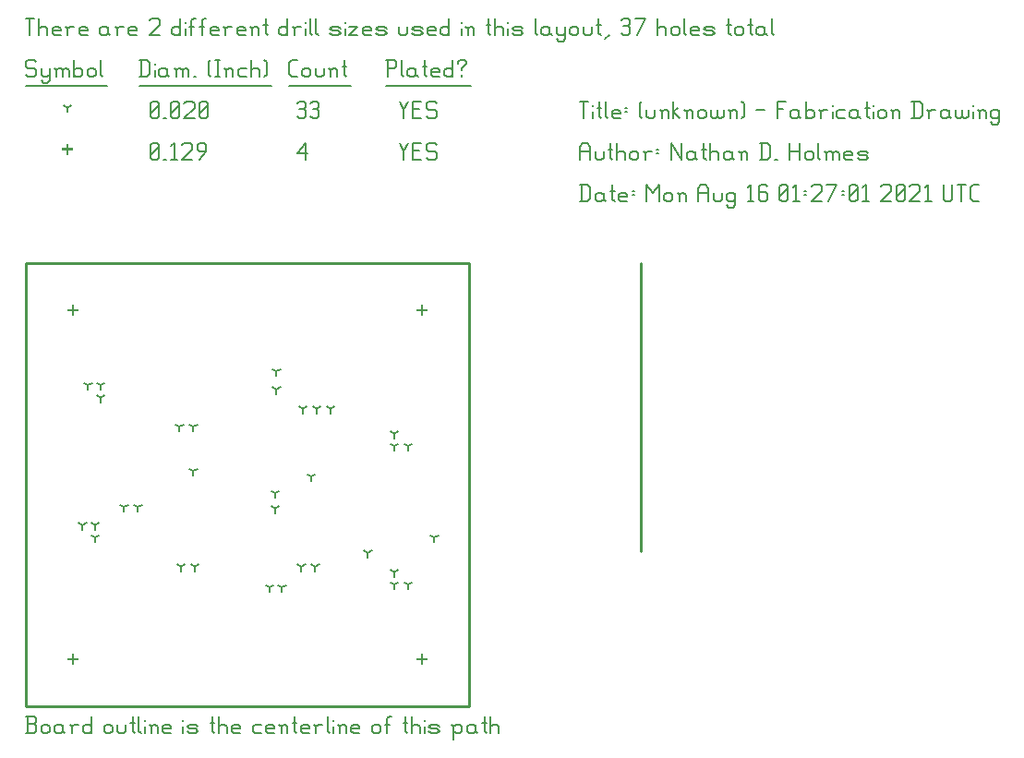
<source format=gbr>
G04 start of page 12 for group -3984 idx -3984 *
G04 Title: (unknown), fab *
G04 Creator: pcb 4.0.2 *
G04 CreationDate: Mon Aug 16 01:27:01 2021 UTC *
G04 For: ndholmes *
G04 Format: Gerber/RS-274X *
G04 PCB-Dimensions (mil): 1600.00 1600.00 *
G04 PCB-Coordinate-Origin: lower left *
%MOIN*%
%FSLAX25Y25*%
%LNFAB*%
%ADD38C,0.0100*%
%ADD37C,0.0075*%
%ADD36C,0.0060*%
%ADD35R,0.0080X0.0080*%
G54D35*X143000Y144600D02*Y141400D01*
X141400Y143000D02*X144600D01*
X17000Y144600D02*Y141400D01*
X15400Y143000D02*X18600D01*
X143000Y18600D02*Y15400D01*
X141400Y17000D02*X144600D01*
X17000Y18600D02*Y15400D01*
X15400Y17000D02*X18600D01*
X15000Y202850D02*Y199650D01*
X13400Y201250D02*X16600D01*
G54D36*X135000Y203500D02*X136500Y200500D01*
X138000Y203500D01*
X136500Y200500D02*Y197500D01*
X139800Y200800D02*X142050D01*
X139800Y197500D02*X142800D01*
X139800Y203500D02*Y197500D01*
Y203500D02*X142800D01*
X147600D02*X148350Y202750D01*
X145350Y203500D02*X147600D01*
X144600Y202750D02*X145350Y203500D01*
X144600Y202750D02*Y201250D01*
X145350Y200500D01*
X147600D01*
X148350Y199750D01*
Y198250D01*
X147600Y197500D02*X148350Y198250D01*
X145350Y197500D02*X147600D01*
X144600Y198250D02*X145350Y197500D01*
X98000Y199750D02*X101000Y203500D01*
X98000Y199750D02*X101750D01*
X101000Y203500D02*Y197500D01*
X45000Y198250D02*X45750Y197500D01*
X45000Y202750D02*Y198250D01*
Y202750D02*X45750Y203500D01*
X47250D01*
X48000Y202750D01*
Y198250D01*
X47250Y197500D02*X48000Y198250D01*
X45750Y197500D02*X47250D01*
X45000Y199000D02*X48000Y202000D01*
X49800Y197500D02*X50550D01*
X52350Y202300D02*X53550Y203500D01*
Y197500D01*
X52350D02*X54600D01*
X56400Y202750D02*X57150Y203500D01*
X59400D01*
X60150Y202750D01*
Y201250D01*
X56400Y197500D02*X60150Y201250D01*
X56400Y197500D02*X60150D01*
X62700D02*X64950Y200500D01*
Y202750D02*Y200500D01*
X64200Y203500D02*X64950Y202750D01*
X62700Y203500D02*X64200D01*
X61950Y202750D02*X62700Y203500D01*
X61950Y202750D02*Y201250D01*
X62700Y200500D01*
X64950D01*
X40500Y72000D02*Y70400D01*
Y72000D02*X41887Y72800D01*
X40500Y72000D02*X39113Y72800D01*
X35500Y72000D02*Y70400D01*
Y72000D02*X36887Y72800D01*
X35500Y72000D02*X34113Y72800D01*
X25000Y61000D02*Y59400D01*
Y61000D02*X26387Y61800D01*
X25000Y61000D02*X23613Y61800D01*
X25000Y65500D02*Y63900D01*
Y65500D02*X26387Y66300D01*
X25000Y65500D02*X23613Y66300D01*
X20500Y65500D02*Y63900D01*
Y65500D02*X21887Y66300D01*
X20500Y65500D02*X19113Y66300D01*
X27000Y111500D02*Y109900D01*
Y111500D02*X28387Y112300D01*
X27000Y111500D02*X25613Y112300D01*
X27000Y116000D02*Y114400D01*
Y116000D02*X28387Y116800D01*
X27000Y116000D02*X25613Y116800D01*
X22500Y116000D02*Y114400D01*
Y116000D02*X23887Y116800D01*
X22500Y116000D02*X21113Y116800D01*
X60500Y85000D02*Y83400D01*
Y85000D02*X61887Y85800D01*
X60500Y85000D02*X59113Y85800D01*
X60500Y101000D02*Y99400D01*
Y101000D02*X61887Y101800D01*
X60500Y101000D02*X59113Y101800D01*
X55500Y101000D02*Y99400D01*
Y101000D02*X56887Y101800D01*
X55500Y101000D02*X54113Y101800D01*
X61000Y50500D02*Y48900D01*
Y50500D02*X62387Y51300D01*
X61000Y50500D02*X59613Y51300D01*
X56000Y50500D02*Y48900D01*
Y50500D02*X57387Y51300D01*
X56000Y50500D02*X54613Y51300D01*
X138000Y94000D02*Y92400D01*
Y94000D02*X139387Y94800D01*
X138000Y94000D02*X136613Y94800D01*
X133000Y94000D02*Y92400D01*
Y94000D02*X134387Y94800D01*
X133000Y94000D02*X131613Y94800D01*
X133000Y98500D02*Y96900D01*
Y98500D02*X134387Y99300D01*
X133000Y98500D02*X131613Y99300D01*
X138000Y44000D02*Y42400D01*
Y44000D02*X139387Y44800D01*
X138000Y44000D02*X136613Y44800D01*
X133000Y44000D02*Y42400D01*
Y44000D02*X134387Y44800D01*
X133000Y44000D02*X131613Y44800D01*
X133000Y48500D02*Y46900D01*
Y48500D02*X134387Y49300D01*
X133000Y48500D02*X131613Y49300D01*
X110000Y107500D02*Y105900D01*
Y107500D02*X111387Y108300D01*
X110000Y107500D02*X108613Y108300D01*
X105000Y107500D02*Y105900D01*
Y107500D02*X106387Y108300D01*
X105000Y107500D02*X103613Y108300D01*
X100000Y107500D02*Y105900D01*
Y107500D02*X101387Y108300D01*
X100000Y107500D02*X98613Y108300D01*
X104500Y50500D02*Y48900D01*
Y50500D02*X105887Y51300D01*
X104500Y50500D02*X103113Y51300D01*
X99500Y50500D02*Y48900D01*
Y50500D02*X100887Y51300D01*
X99500Y50500D02*X98113Y51300D01*
X90000Y77000D02*Y75400D01*
Y77000D02*X91387Y77800D01*
X90000Y77000D02*X88613Y77800D01*
X90000Y71500D02*Y69900D01*
Y71500D02*X91387Y72300D01*
X90000Y71500D02*X88613Y72300D01*
X103000Y83000D02*Y81400D01*
Y83000D02*X104387Y83800D01*
X103000Y83000D02*X101613Y83800D01*
X90500Y121000D02*Y119400D01*
Y121000D02*X91887Y121800D01*
X90500Y121000D02*X89113Y121800D01*
X88000Y43000D02*Y41400D01*
Y43000D02*X89387Y43800D01*
X88000Y43000D02*X86613Y43800D01*
X92500Y43000D02*Y41400D01*
Y43000D02*X93887Y43800D01*
X92500Y43000D02*X91113Y43800D01*
X90500Y114500D02*Y112900D01*
Y114500D02*X91887Y115300D01*
X90500Y114500D02*X89113Y115300D01*
X147500Y61000D02*Y59400D01*
Y61000D02*X148887Y61800D01*
X147500Y61000D02*X146113Y61800D01*
X123500Y55500D02*Y53900D01*
Y55500D02*X124887Y56300D01*
X123500Y55500D02*X122113Y56300D01*
X15000Y216250D02*Y214650D01*
Y216250D02*X16387Y217050D01*
X15000Y216250D02*X13613Y217050D01*
X135000Y218500D02*X136500Y215500D01*
X138000Y218500D01*
X136500Y215500D02*Y212500D01*
X139800Y215800D02*X142050D01*
X139800Y212500D02*X142800D01*
X139800Y218500D02*Y212500D01*
Y218500D02*X142800D01*
X147600D02*X148350Y217750D01*
X145350Y218500D02*X147600D01*
X144600Y217750D02*X145350Y218500D01*
X144600Y217750D02*Y216250D01*
X145350Y215500D01*
X147600D01*
X148350Y214750D01*
Y213250D01*
X147600Y212500D02*X148350Y213250D01*
X145350Y212500D02*X147600D01*
X144600Y213250D02*X145350Y212500D01*
X98000Y217750D02*X98750Y218500D01*
X100250D01*
X101000Y217750D01*
X100250Y212500D02*X101000Y213250D01*
X98750Y212500D02*X100250D01*
X98000Y213250D02*X98750Y212500D01*
Y215800D02*X100250D01*
X101000Y217750D02*Y216550D01*
Y215050D02*Y213250D01*
Y215050D02*X100250Y215800D01*
X101000Y216550D02*X100250Y215800D01*
X102800Y217750D02*X103550Y218500D01*
X105050D01*
X105800Y217750D01*
X105050Y212500D02*X105800Y213250D01*
X103550Y212500D02*X105050D01*
X102800Y213250D02*X103550Y212500D01*
Y215800D02*X105050D01*
X105800Y217750D02*Y216550D01*
Y215050D02*Y213250D01*
Y215050D02*X105050Y215800D01*
X105800Y216550D02*X105050Y215800D01*
X45000Y213250D02*X45750Y212500D01*
X45000Y217750D02*Y213250D01*
Y217750D02*X45750Y218500D01*
X47250D01*
X48000Y217750D01*
Y213250D01*
X47250Y212500D02*X48000Y213250D01*
X45750Y212500D02*X47250D01*
X45000Y214000D02*X48000Y217000D01*
X49800Y212500D02*X50550D01*
X52350Y213250D02*X53100Y212500D01*
X52350Y217750D02*Y213250D01*
Y217750D02*X53100Y218500D01*
X54600D01*
X55350Y217750D01*
Y213250D01*
X54600Y212500D02*X55350Y213250D01*
X53100Y212500D02*X54600D01*
X52350Y214000D02*X55350Y217000D01*
X57150Y217750D02*X57900Y218500D01*
X60150D01*
X60900Y217750D01*
Y216250D01*
X57150Y212500D02*X60900Y216250D01*
X57150Y212500D02*X60900D01*
X62700Y213250D02*X63450Y212500D01*
X62700Y217750D02*Y213250D01*
Y217750D02*X63450Y218500D01*
X64950D01*
X65700Y217750D01*
Y213250D01*
X64950Y212500D02*X65700Y213250D01*
X63450Y212500D02*X64950D01*
X62700Y214000D02*X65700Y217000D01*
X3000Y233500D02*X3750Y232750D01*
X750Y233500D02*X3000D01*
X0Y232750D02*X750Y233500D01*
X0Y232750D02*Y231250D01*
X750Y230500D01*
X3000D01*
X3750Y229750D01*
Y228250D01*
X3000Y227500D02*X3750Y228250D01*
X750Y227500D02*X3000D01*
X0Y228250D02*X750Y227500D01*
X5550Y230500D02*Y228250D01*
X6300Y227500D01*
X8550Y230500D02*Y226000D01*
X7800Y225250D02*X8550Y226000D01*
X6300Y225250D02*X7800D01*
X5550Y226000D02*X6300Y225250D01*
Y227500D02*X7800D01*
X8550Y228250D01*
X11100Y229750D02*Y227500D01*
Y229750D02*X11850Y230500D01*
X12600D01*
X13350Y229750D01*
Y227500D01*
Y229750D02*X14100Y230500D01*
X14850D01*
X15600Y229750D01*
Y227500D01*
X10350Y230500D02*X11100Y229750D01*
X17400Y233500D02*Y227500D01*
Y228250D02*X18150Y227500D01*
X19650D01*
X20400Y228250D01*
Y229750D02*Y228250D01*
X19650Y230500D02*X20400Y229750D01*
X18150Y230500D02*X19650D01*
X17400Y229750D02*X18150Y230500D01*
X22200Y229750D02*Y228250D01*
Y229750D02*X22950Y230500D01*
X24450D01*
X25200Y229750D01*
Y228250D01*
X24450Y227500D02*X25200Y228250D01*
X22950Y227500D02*X24450D01*
X22200Y228250D02*X22950Y227500D01*
X27000Y233500D02*Y228250D01*
X27750Y227500D01*
X0Y224250D02*X29250D01*
X41750Y233500D02*Y227500D01*
X43700Y233500D02*X44750Y232450D01*
Y228550D01*
X43700Y227500D02*X44750Y228550D01*
X41000Y227500D02*X43700D01*
X41000Y233500D02*X43700D01*
G54D37*X46550Y232000D02*Y231850D01*
G54D36*Y229750D02*Y227500D01*
X50300Y230500D02*X51050Y229750D01*
X48800Y230500D02*X50300D01*
X48050Y229750D02*X48800Y230500D01*
X48050Y229750D02*Y228250D01*
X48800Y227500D01*
X51050Y230500D02*Y228250D01*
X51800Y227500D01*
X48800D02*X50300D01*
X51050Y228250D01*
X54350Y229750D02*Y227500D01*
Y229750D02*X55100Y230500D01*
X55850D01*
X56600Y229750D01*
Y227500D01*
Y229750D02*X57350Y230500D01*
X58100D01*
X58850Y229750D01*
Y227500D01*
X53600Y230500D02*X54350Y229750D01*
X60650Y227500D02*X61400D01*
X65900Y228250D02*X66650Y227500D01*
X65900Y232750D02*X66650Y233500D01*
X65900Y232750D02*Y228250D01*
X68450Y233500D02*X69950D01*
X69200D02*Y227500D01*
X68450D02*X69950D01*
X72500Y229750D02*Y227500D01*
Y229750D02*X73250Y230500D01*
X74000D01*
X74750Y229750D01*
Y227500D01*
X71750Y230500D02*X72500Y229750D01*
X77300Y230500D02*X79550D01*
X76550Y229750D02*X77300Y230500D01*
X76550Y229750D02*Y228250D01*
X77300Y227500D01*
X79550D01*
X81350Y233500D02*Y227500D01*
Y229750D02*X82100Y230500D01*
X83600D01*
X84350Y229750D01*
Y227500D01*
X86150Y233500D02*X86900Y232750D01*
Y228250D01*
X86150Y227500D02*X86900Y228250D01*
X41000Y224250D02*X88700D01*
X96050Y227500D02*X98000D01*
X95000Y228550D02*X96050Y227500D01*
X95000Y232450D02*Y228550D01*
Y232450D02*X96050Y233500D01*
X98000D01*
X99800Y229750D02*Y228250D01*
Y229750D02*X100550Y230500D01*
X102050D01*
X102800Y229750D01*
Y228250D01*
X102050Y227500D02*X102800Y228250D01*
X100550Y227500D02*X102050D01*
X99800Y228250D02*X100550Y227500D01*
X104600Y230500D02*Y228250D01*
X105350Y227500D01*
X106850D01*
X107600Y228250D01*
Y230500D02*Y228250D01*
X110150Y229750D02*Y227500D01*
Y229750D02*X110900Y230500D01*
X111650D01*
X112400Y229750D01*
Y227500D01*
X109400Y230500D02*X110150Y229750D01*
X114950Y233500D02*Y228250D01*
X115700Y227500D01*
X114200Y231250D02*X115700D01*
X95000Y224250D02*X117200D01*
X130750Y233500D02*Y227500D01*
X130000Y233500D02*X133000D01*
X133750Y232750D01*
Y231250D01*
X133000Y230500D02*X133750Y231250D01*
X130750Y230500D02*X133000D01*
X135550Y233500D02*Y228250D01*
X136300Y227500D01*
X140050Y230500D02*X140800Y229750D01*
X138550Y230500D02*X140050D01*
X137800Y229750D02*X138550Y230500D01*
X137800Y229750D02*Y228250D01*
X138550Y227500D01*
X140800Y230500D02*Y228250D01*
X141550Y227500D01*
X138550D02*X140050D01*
X140800Y228250D01*
X144100Y233500D02*Y228250D01*
X144850Y227500D01*
X143350Y231250D02*X144850D01*
X147100Y227500D02*X149350D01*
X146350Y228250D02*X147100Y227500D01*
X146350Y229750D02*Y228250D01*
Y229750D02*X147100Y230500D01*
X148600D01*
X149350Y229750D01*
X146350Y229000D02*X149350D01*
Y229750D02*Y229000D01*
X154150Y233500D02*Y227500D01*
X153400D02*X154150Y228250D01*
X151900Y227500D02*X153400D01*
X151150Y228250D02*X151900Y227500D01*
X151150Y229750D02*Y228250D01*
Y229750D02*X151900Y230500D01*
X153400D01*
X154150Y229750D01*
X157450Y230500D02*Y229750D01*
Y228250D02*Y227500D01*
X155950Y232750D02*Y232000D01*
Y232750D02*X156700Y233500D01*
X158200D01*
X158950Y232750D01*
Y232000D01*
X157450Y230500D02*X158950Y232000D01*
X130000Y224250D02*X160750D01*
X0Y248500D02*X3000D01*
X1500D02*Y242500D01*
X4800Y248500D02*Y242500D01*
Y244750D02*X5550Y245500D01*
X7050D01*
X7800Y244750D01*
Y242500D01*
X10350D02*X12600D01*
X9600Y243250D02*X10350Y242500D01*
X9600Y244750D02*Y243250D01*
Y244750D02*X10350Y245500D01*
X11850D01*
X12600Y244750D01*
X9600Y244000D02*X12600D01*
Y244750D02*Y244000D01*
X15150Y244750D02*Y242500D01*
Y244750D02*X15900Y245500D01*
X17400D01*
X14400D02*X15150Y244750D01*
X19950Y242500D02*X22200D01*
X19200Y243250D02*X19950Y242500D01*
X19200Y244750D02*Y243250D01*
Y244750D02*X19950Y245500D01*
X21450D01*
X22200Y244750D01*
X19200Y244000D02*X22200D01*
Y244750D02*Y244000D01*
X28950Y245500D02*X29700Y244750D01*
X27450Y245500D02*X28950D01*
X26700Y244750D02*X27450Y245500D01*
X26700Y244750D02*Y243250D01*
X27450Y242500D01*
X29700Y245500D02*Y243250D01*
X30450Y242500D01*
X27450D02*X28950D01*
X29700Y243250D01*
X33000Y244750D02*Y242500D01*
Y244750D02*X33750Y245500D01*
X35250D01*
X32250D02*X33000Y244750D01*
X37800Y242500D02*X40050D01*
X37050Y243250D02*X37800Y242500D01*
X37050Y244750D02*Y243250D01*
Y244750D02*X37800Y245500D01*
X39300D01*
X40050Y244750D01*
X37050Y244000D02*X40050D01*
Y244750D02*Y244000D01*
X44550Y247750D02*X45300Y248500D01*
X47550D01*
X48300Y247750D01*
Y246250D01*
X44550Y242500D02*X48300Y246250D01*
X44550Y242500D02*X48300D01*
X55800Y248500D02*Y242500D01*
X55050D02*X55800Y243250D01*
X53550Y242500D02*X55050D01*
X52800Y243250D02*X53550Y242500D01*
X52800Y244750D02*Y243250D01*
Y244750D02*X53550Y245500D01*
X55050D01*
X55800Y244750D01*
G54D37*X57600Y247000D02*Y246850D01*
G54D36*Y244750D02*Y242500D01*
X59850Y247750D02*Y242500D01*
Y247750D02*X60600Y248500D01*
X61350D01*
X59100Y245500D02*X60600D01*
X63600Y247750D02*Y242500D01*
Y247750D02*X64350Y248500D01*
X65100D01*
X62850Y245500D02*X64350D01*
X67350Y242500D02*X69600D01*
X66600Y243250D02*X67350Y242500D01*
X66600Y244750D02*Y243250D01*
Y244750D02*X67350Y245500D01*
X68850D01*
X69600Y244750D01*
X66600Y244000D02*X69600D01*
Y244750D02*Y244000D01*
X72150Y244750D02*Y242500D01*
Y244750D02*X72900Y245500D01*
X74400D01*
X71400D02*X72150Y244750D01*
X76950Y242500D02*X79200D01*
X76200Y243250D02*X76950Y242500D01*
X76200Y244750D02*Y243250D01*
Y244750D02*X76950Y245500D01*
X78450D01*
X79200Y244750D01*
X76200Y244000D02*X79200D01*
Y244750D02*Y244000D01*
X81750Y244750D02*Y242500D01*
Y244750D02*X82500Y245500D01*
X83250D01*
X84000Y244750D01*
Y242500D01*
X81000Y245500D02*X81750Y244750D01*
X86550Y248500D02*Y243250D01*
X87300Y242500D01*
X85800Y246250D02*X87300D01*
X94500Y248500D02*Y242500D01*
X93750D02*X94500Y243250D01*
X92250Y242500D02*X93750D01*
X91500Y243250D02*X92250Y242500D01*
X91500Y244750D02*Y243250D01*
Y244750D02*X92250Y245500D01*
X93750D01*
X94500Y244750D01*
X97050D02*Y242500D01*
Y244750D02*X97800Y245500D01*
X99300D01*
X96300D02*X97050Y244750D01*
G54D37*X101100Y247000D02*Y246850D01*
G54D36*Y244750D02*Y242500D01*
X102600Y248500D02*Y243250D01*
X103350Y242500D01*
X104850Y248500D02*Y243250D01*
X105600Y242500D01*
X110550D02*X112800D01*
X113550Y243250D01*
X112800Y244000D02*X113550Y243250D01*
X110550Y244000D02*X112800D01*
X109800Y244750D02*X110550Y244000D01*
X109800Y244750D02*X110550Y245500D01*
X112800D01*
X113550Y244750D01*
X109800Y243250D02*X110550Y242500D01*
G54D37*X115350Y247000D02*Y246850D01*
G54D36*Y244750D02*Y242500D01*
X116850Y245500D02*X119850D01*
X116850Y242500D02*X119850Y245500D01*
X116850Y242500D02*X119850D01*
X122400D02*X124650D01*
X121650Y243250D02*X122400Y242500D01*
X121650Y244750D02*Y243250D01*
Y244750D02*X122400Y245500D01*
X123900D01*
X124650Y244750D01*
X121650Y244000D02*X124650D01*
Y244750D02*Y244000D01*
X127200Y242500D02*X129450D01*
X130200Y243250D01*
X129450Y244000D02*X130200Y243250D01*
X127200Y244000D02*X129450D01*
X126450Y244750D02*X127200Y244000D01*
X126450Y244750D02*X127200Y245500D01*
X129450D01*
X130200Y244750D01*
X126450Y243250D02*X127200Y242500D01*
X134700Y245500D02*Y243250D01*
X135450Y242500D01*
X136950D01*
X137700Y243250D01*
Y245500D02*Y243250D01*
X140250Y242500D02*X142500D01*
X143250Y243250D01*
X142500Y244000D02*X143250Y243250D01*
X140250Y244000D02*X142500D01*
X139500Y244750D02*X140250Y244000D01*
X139500Y244750D02*X140250Y245500D01*
X142500D01*
X143250Y244750D01*
X139500Y243250D02*X140250Y242500D01*
X145800D02*X148050D01*
X145050Y243250D02*X145800Y242500D01*
X145050Y244750D02*Y243250D01*
Y244750D02*X145800Y245500D01*
X147300D01*
X148050Y244750D01*
X145050Y244000D02*X148050D01*
Y244750D02*Y244000D01*
X152850Y248500D02*Y242500D01*
X152100D02*X152850Y243250D01*
X150600Y242500D02*X152100D01*
X149850Y243250D02*X150600Y242500D01*
X149850Y244750D02*Y243250D01*
Y244750D02*X150600Y245500D01*
X152100D01*
X152850Y244750D01*
G54D37*X157350Y247000D02*Y246850D01*
G54D36*Y244750D02*Y242500D01*
X159600Y244750D02*Y242500D01*
Y244750D02*X160350Y245500D01*
X161100D01*
X161850Y244750D01*
Y242500D01*
X158850Y245500D02*X159600Y244750D01*
X167100Y248500D02*Y243250D01*
X167850Y242500D01*
X166350Y246250D02*X167850D01*
X169350Y248500D02*Y242500D01*
Y244750D02*X170100Y245500D01*
X171600D01*
X172350Y244750D01*
Y242500D01*
G54D37*X174150Y247000D02*Y246850D01*
G54D36*Y244750D02*Y242500D01*
X176400D02*X178650D01*
X179400Y243250D01*
X178650Y244000D02*X179400Y243250D01*
X176400Y244000D02*X178650D01*
X175650Y244750D02*X176400Y244000D01*
X175650Y244750D02*X176400Y245500D01*
X178650D01*
X179400Y244750D01*
X175650Y243250D02*X176400Y242500D01*
X183900Y248500D02*Y243250D01*
X184650Y242500D01*
X188400Y245500D02*X189150Y244750D01*
X186900Y245500D02*X188400D01*
X186150Y244750D02*X186900Y245500D01*
X186150Y244750D02*Y243250D01*
X186900Y242500D01*
X189150Y245500D02*Y243250D01*
X189900Y242500D01*
X186900D02*X188400D01*
X189150Y243250D01*
X191700Y245500D02*Y243250D01*
X192450Y242500D01*
X194700Y245500D02*Y241000D01*
X193950Y240250D02*X194700Y241000D01*
X192450Y240250D02*X193950D01*
X191700Y241000D02*X192450Y240250D01*
Y242500D02*X193950D01*
X194700Y243250D01*
X196500Y244750D02*Y243250D01*
Y244750D02*X197250Y245500D01*
X198750D01*
X199500Y244750D01*
Y243250D01*
X198750Y242500D02*X199500Y243250D01*
X197250Y242500D02*X198750D01*
X196500Y243250D02*X197250Y242500D01*
X201300Y245500D02*Y243250D01*
X202050Y242500D01*
X203550D01*
X204300Y243250D01*
Y245500D02*Y243250D01*
X206850Y248500D02*Y243250D01*
X207600Y242500D01*
X206100Y246250D02*X207600D01*
X209100Y241000D02*X210600Y242500D01*
X215100Y247750D02*X215850Y248500D01*
X217350D01*
X218100Y247750D01*
X217350Y242500D02*X218100Y243250D01*
X215850Y242500D02*X217350D01*
X215100Y243250D02*X215850Y242500D01*
Y245800D02*X217350D01*
X218100Y247750D02*Y246550D01*
Y245050D02*Y243250D01*
Y245050D02*X217350Y245800D01*
X218100Y246550D02*X217350Y245800D01*
X220650Y242500D02*X223650Y248500D01*
X219900D02*X223650D01*
X228150D02*Y242500D01*
Y244750D02*X228900Y245500D01*
X230400D01*
X231150Y244750D01*
Y242500D01*
X232950Y244750D02*Y243250D01*
Y244750D02*X233700Y245500D01*
X235200D01*
X235950Y244750D01*
Y243250D01*
X235200Y242500D02*X235950Y243250D01*
X233700Y242500D02*X235200D01*
X232950Y243250D02*X233700Y242500D01*
X237750Y248500D02*Y243250D01*
X238500Y242500D01*
X240750D02*X243000D01*
X240000Y243250D02*X240750Y242500D01*
X240000Y244750D02*Y243250D01*
Y244750D02*X240750Y245500D01*
X242250D01*
X243000Y244750D01*
X240000Y244000D02*X243000D01*
Y244750D02*Y244000D01*
X245550Y242500D02*X247800D01*
X248550Y243250D01*
X247800Y244000D02*X248550Y243250D01*
X245550Y244000D02*X247800D01*
X244800Y244750D02*X245550Y244000D01*
X244800Y244750D02*X245550Y245500D01*
X247800D01*
X248550Y244750D01*
X244800Y243250D02*X245550Y242500D01*
X253800Y248500D02*Y243250D01*
X254550Y242500D01*
X253050Y246250D02*X254550D01*
X256050Y244750D02*Y243250D01*
Y244750D02*X256800Y245500D01*
X258300D01*
X259050Y244750D01*
Y243250D01*
X258300Y242500D02*X259050Y243250D01*
X256800Y242500D02*X258300D01*
X256050Y243250D02*X256800Y242500D01*
X261600Y248500D02*Y243250D01*
X262350Y242500D01*
X260850Y246250D02*X262350D01*
X266100Y245500D02*X266850Y244750D01*
X264600Y245500D02*X266100D01*
X263850Y244750D02*X264600Y245500D01*
X263850Y244750D02*Y243250D01*
X264600Y242500D01*
X266850Y245500D02*Y243250D01*
X267600Y242500D01*
X264600D02*X266100D01*
X266850Y243250D01*
X269400Y248500D02*Y243250D01*
X270150Y242500D01*
G54D38*X222000Y160000D02*Y56000D01*
X0Y0D02*X160000D01*
Y160000D01*
X0D01*
Y0D01*
G54D36*Y-9500D02*X3000D01*
X3750Y-8750D01*
Y-6950D02*Y-8750D01*
X3000Y-6200D02*X3750Y-6950D01*
X750Y-6200D02*X3000D01*
X750Y-3500D02*Y-9500D01*
X0Y-3500D02*X3000D01*
X3750Y-4250D01*
Y-5450D01*
X3000Y-6200D02*X3750Y-5450D01*
X5550Y-7250D02*Y-8750D01*
Y-7250D02*X6300Y-6500D01*
X7800D01*
X8550Y-7250D01*
Y-8750D01*
X7800Y-9500D02*X8550Y-8750D01*
X6300Y-9500D02*X7800D01*
X5550Y-8750D02*X6300Y-9500D01*
X12600Y-6500D02*X13350Y-7250D01*
X11100Y-6500D02*X12600D01*
X10350Y-7250D02*X11100Y-6500D01*
X10350Y-7250D02*Y-8750D01*
X11100Y-9500D01*
X13350Y-6500D02*Y-8750D01*
X14100Y-9500D01*
X11100D02*X12600D01*
X13350Y-8750D01*
X16650Y-7250D02*Y-9500D01*
Y-7250D02*X17400Y-6500D01*
X18900D01*
X15900D02*X16650Y-7250D01*
X23700Y-3500D02*Y-9500D01*
X22950D02*X23700Y-8750D01*
X21450Y-9500D02*X22950D01*
X20700Y-8750D02*X21450Y-9500D01*
X20700Y-7250D02*Y-8750D01*
Y-7250D02*X21450Y-6500D01*
X22950D01*
X23700Y-7250D01*
X28200D02*Y-8750D01*
Y-7250D02*X28950Y-6500D01*
X30450D01*
X31200Y-7250D01*
Y-8750D01*
X30450Y-9500D02*X31200Y-8750D01*
X28950Y-9500D02*X30450D01*
X28200Y-8750D02*X28950Y-9500D01*
X33000Y-6500D02*Y-8750D01*
X33750Y-9500D01*
X35250D01*
X36000Y-8750D01*
Y-6500D02*Y-8750D01*
X38550Y-3500D02*Y-8750D01*
X39300Y-9500D01*
X37800Y-5750D02*X39300D01*
X40800Y-3500D02*Y-8750D01*
X41550Y-9500D01*
G54D37*X43050Y-5000D02*Y-5150D01*
G54D36*Y-7250D02*Y-9500D01*
X45300Y-7250D02*Y-9500D01*
Y-7250D02*X46050Y-6500D01*
X46800D01*
X47550Y-7250D01*
Y-9500D01*
X44550Y-6500D02*X45300Y-7250D01*
X50100Y-9500D02*X52350D01*
X49350Y-8750D02*X50100Y-9500D01*
X49350Y-7250D02*Y-8750D01*
Y-7250D02*X50100Y-6500D01*
X51600D01*
X52350Y-7250D01*
X49350Y-8000D02*X52350D01*
Y-7250D02*Y-8000D01*
G54D37*X56850Y-5000D02*Y-5150D01*
G54D36*Y-7250D02*Y-9500D01*
X59100D02*X61350D01*
X62100Y-8750D01*
X61350Y-8000D02*X62100Y-8750D01*
X59100Y-8000D02*X61350D01*
X58350Y-7250D02*X59100Y-8000D01*
X58350Y-7250D02*X59100Y-6500D01*
X61350D01*
X62100Y-7250D01*
X58350Y-8750D02*X59100Y-9500D01*
X67350Y-3500D02*Y-8750D01*
X68100Y-9500D01*
X66600Y-5750D02*X68100D01*
X69600Y-3500D02*Y-9500D01*
Y-7250D02*X70350Y-6500D01*
X71850D01*
X72600Y-7250D01*
Y-9500D01*
X75150D02*X77400D01*
X74400Y-8750D02*X75150Y-9500D01*
X74400Y-7250D02*Y-8750D01*
Y-7250D02*X75150Y-6500D01*
X76650D01*
X77400Y-7250D01*
X74400Y-8000D02*X77400D01*
Y-7250D02*Y-8000D01*
X82650Y-6500D02*X84900D01*
X81900Y-7250D02*X82650Y-6500D01*
X81900Y-7250D02*Y-8750D01*
X82650Y-9500D01*
X84900D01*
X87450D02*X89700D01*
X86700Y-8750D02*X87450Y-9500D01*
X86700Y-7250D02*Y-8750D01*
Y-7250D02*X87450Y-6500D01*
X88950D01*
X89700Y-7250D01*
X86700Y-8000D02*X89700D01*
Y-7250D02*Y-8000D01*
X92250Y-7250D02*Y-9500D01*
Y-7250D02*X93000Y-6500D01*
X93750D01*
X94500Y-7250D01*
Y-9500D01*
X91500Y-6500D02*X92250Y-7250D01*
X97050Y-3500D02*Y-8750D01*
X97800Y-9500D01*
X96300Y-5750D02*X97800D01*
X100050Y-9500D02*X102300D01*
X99300Y-8750D02*X100050Y-9500D01*
X99300Y-7250D02*Y-8750D01*
Y-7250D02*X100050Y-6500D01*
X101550D01*
X102300Y-7250D01*
X99300Y-8000D02*X102300D01*
Y-7250D02*Y-8000D01*
X104850Y-7250D02*Y-9500D01*
Y-7250D02*X105600Y-6500D01*
X107100D01*
X104100D02*X104850Y-7250D01*
X108900Y-3500D02*Y-8750D01*
X109650Y-9500D01*
G54D37*X111150Y-5000D02*Y-5150D01*
G54D36*Y-7250D02*Y-9500D01*
X113400Y-7250D02*Y-9500D01*
Y-7250D02*X114150Y-6500D01*
X114900D01*
X115650Y-7250D01*
Y-9500D01*
X112650Y-6500D02*X113400Y-7250D01*
X118200Y-9500D02*X120450D01*
X117450Y-8750D02*X118200Y-9500D01*
X117450Y-7250D02*Y-8750D01*
Y-7250D02*X118200Y-6500D01*
X119700D01*
X120450Y-7250D01*
X117450Y-8000D02*X120450D01*
Y-7250D02*Y-8000D01*
X124950Y-7250D02*Y-8750D01*
Y-7250D02*X125700Y-6500D01*
X127200D01*
X127950Y-7250D01*
Y-8750D01*
X127200Y-9500D02*X127950Y-8750D01*
X125700Y-9500D02*X127200D01*
X124950Y-8750D02*X125700Y-9500D01*
X130500Y-4250D02*Y-9500D01*
Y-4250D02*X131250Y-3500D01*
X132000D01*
X129750Y-6500D02*X131250D01*
X136950Y-3500D02*Y-8750D01*
X137700Y-9500D01*
X136200Y-5750D02*X137700D01*
X139200Y-3500D02*Y-9500D01*
Y-7250D02*X139950Y-6500D01*
X141450D01*
X142200Y-7250D01*
Y-9500D01*
G54D37*X144000Y-5000D02*Y-5150D01*
G54D36*Y-7250D02*Y-9500D01*
X146250D02*X148500D01*
X149250Y-8750D01*
X148500Y-8000D02*X149250Y-8750D01*
X146250Y-8000D02*X148500D01*
X145500Y-7250D02*X146250Y-8000D01*
X145500Y-7250D02*X146250Y-6500D01*
X148500D01*
X149250Y-7250D01*
X145500Y-8750D02*X146250Y-9500D01*
X154500Y-7250D02*Y-11750D01*
X153750Y-6500D02*X154500Y-7250D01*
X155250Y-6500D01*
X156750D01*
X157500Y-7250D01*
Y-8750D01*
X156750Y-9500D02*X157500Y-8750D01*
X155250Y-9500D02*X156750D01*
X154500Y-8750D02*X155250Y-9500D01*
X161550Y-6500D02*X162300Y-7250D01*
X160050Y-6500D02*X161550D01*
X159300Y-7250D02*X160050Y-6500D01*
X159300Y-7250D02*Y-8750D01*
X160050Y-9500D01*
X162300Y-6500D02*Y-8750D01*
X163050Y-9500D01*
X160050D02*X161550D01*
X162300Y-8750D01*
X165600Y-3500D02*Y-8750D01*
X166350Y-9500D01*
X164850Y-5750D02*X166350D01*
X167850Y-3500D02*Y-9500D01*
Y-7250D02*X168600Y-6500D01*
X170100D01*
X170850Y-7250D01*
Y-9500D01*
X200750Y188500D02*Y182500D01*
X202700Y188500D02*X203750Y187450D01*
Y183550D01*
X202700Y182500D02*X203750Y183550D01*
X200000Y182500D02*X202700D01*
X200000Y188500D02*X202700D01*
X207800Y185500D02*X208550Y184750D01*
X206300Y185500D02*X207800D01*
X205550Y184750D02*X206300Y185500D01*
X205550Y184750D02*Y183250D01*
X206300Y182500D01*
X208550Y185500D02*Y183250D01*
X209300Y182500D01*
X206300D02*X207800D01*
X208550Y183250D01*
X211850Y188500D02*Y183250D01*
X212600Y182500D01*
X211100Y186250D02*X212600D01*
X214850Y182500D02*X217100D01*
X214100Y183250D02*X214850Y182500D01*
X214100Y184750D02*Y183250D01*
Y184750D02*X214850Y185500D01*
X216350D01*
X217100Y184750D01*
X214100Y184000D02*X217100D01*
Y184750D02*Y184000D01*
X218900Y186250D02*X219650D01*
X218900Y184750D02*X219650D01*
X224150Y188500D02*Y182500D01*
Y188500D02*X226400Y185500D01*
X228650Y188500D01*
Y182500D01*
X230450Y184750D02*Y183250D01*
Y184750D02*X231200Y185500D01*
X232700D01*
X233450Y184750D01*
Y183250D01*
X232700Y182500D02*X233450Y183250D01*
X231200Y182500D02*X232700D01*
X230450Y183250D02*X231200Y182500D01*
X236000Y184750D02*Y182500D01*
Y184750D02*X236750Y185500D01*
X237500D01*
X238250Y184750D01*
Y182500D01*
X235250Y185500D02*X236000Y184750D01*
X242750Y187000D02*Y182500D01*
Y187000D02*X243800Y188500D01*
X245450D01*
X246500Y187000D01*
Y182500D01*
X242750Y185500D02*X246500D01*
X248300D02*Y183250D01*
X249050Y182500D01*
X250550D01*
X251300Y183250D01*
Y185500D02*Y183250D01*
X255350Y185500D02*X256100Y184750D01*
X253850Y185500D02*X255350D01*
X253100Y184750D02*X253850Y185500D01*
X253100Y184750D02*Y183250D01*
X253850Y182500D01*
X255350D01*
X256100Y183250D01*
X253100Y181000D02*X253850Y180250D01*
X255350D01*
X256100Y181000D01*
Y185500D02*Y181000D01*
X260600Y187300D02*X261800Y188500D01*
Y182500D01*
X260600D02*X262850D01*
X266900Y188500D02*X267650Y187750D01*
X265400Y188500D02*X266900D01*
X264650Y187750D02*X265400Y188500D01*
X264650Y187750D02*Y183250D01*
X265400Y182500D01*
X266900Y185800D02*X267650Y185050D01*
X264650Y185800D02*X266900D01*
X265400Y182500D02*X266900D01*
X267650Y183250D01*
Y185050D02*Y183250D01*
X272150D02*X272900Y182500D01*
X272150Y187750D02*Y183250D01*
Y187750D02*X272900Y188500D01*
X274400D01*
X275150Y187750D01*
Y183250D01*
X274400Y182500D02*X275150Y183250D01*
X272900Y182500D02*X274400D01*
X272150Y184000D02*X275150Y187000D01*
X276950Y187300D02*X278150Y188500D01*
Y182500D01*
X276950D02*X279200D01*
X281000Y186250D02*X281750D01*
X281000Y184750D02*X281750D01*
X283550Y187750D02*X284300Y188500D01*
X286550D01*
X287300Y187750D01*
Y186250D01*
X283550Y182500D02*X287300Y186250D01*
X283550Y182500D02*X287300D01*
X289850D02*X292850Y188500D01*
X289100D02*X292850D01*
X294650Y186250D02*X295400D01*
X294650Y184750D02*X295400D01*
X297200Y183250D02*X297950Y182500D01*
X297200Y187750D02*Y183250D01*
Y187750D02*X297950Y188500D01*
X299450D01*
X300200Y187750D01*
Y183250D01*
X299450Y182500D02*X300200Y183250D01*
X297950Y182500D02*X299450D01*
X297200Y184000D02*X300200Y187000D01*
X302000Y187300D02*X303200Y188500D01*
Y182500D01*
X302000D02*X304250D01*
X308750Y187750D02*X309500Y188500D01*
X311750D01*
X312500Y187750D01*
Y186250D01*
X308750Y182500D02*X312500Y186250D01*
X308750Y182500D02*X312500D01*
X314300Y183250D02*X315050Y182500D01*
X314300Y187750D02*Y183250D01*
Y187750D02*X315050Y188500D01*
X316550D01*
X317300Y187750D01*
Y183250D01*
X316550Y182500D02*X317300Y183250D01*
X315050Y182500D02*X316550D01*
X314300Y184000D02*X317300Y187000D01*
X319100Y187750D02*X319850Y188500D01*
X322100D01*
X322850Y187750D01*
Y186250D01*
X319100Y182500D02*X322850Y186250D01*
X319100Y182500D02*X322850D01*
X324650Y187300D02*X325850Y188500D01*
Y182500D01*
X324650D02*X326900D01*
X331400Y188500D02*Y183250D01*
X332150Y182500D01*
X333650D01*
X334400Y183250D01*
Y188500D02*Y183250D01*
X336200Y188500D02*X339200D01*
X337700D02*Y182500D01*
X342050D02*X344000D01*
X341000Y183550D02*X342050Y182500D01*
X341000Y187450D02*Y183550D01*
Y187450D02*X342050Y188500D01*
X344000D01*
X200000Y202000D02*Y197500D01*
Y202000D02*X201050Y203500D01*
X202700D01*
X203750Y202000D01*
Y197500D01*
X200000Y200500D02*X203750D01*
X205550D02*Y198250D01*
X206300Y197500D01*
X207800D01*
X208550Y198250D01*
Y200500D02*Y198250D01*
X211100Y203500D02*Y198250D01*
X211850Y197500D01*
X210350Y201250D02*X211850D01*
X213350Y203500D02*Y197500D01*
Y199750D02*X214100Y200500D01*
X215600D01*
X216350Y199750D01*
Y197500D01*
X218150Y199750D02*Y198250D01*
Y199750D02*X218900Y200500D01*
X220400D01*
X221150Y199750D01*
Y198250D01*
X220400Y197500D02*X221150Y198250D01*
X218900Y197500D02*X220400D01*
X218150Y198250D02*X218900Y197500D01*
X223700Y199750D02*Y197500D01*
Y199750D02*X224450Y200500D01*
X225950D01*
X222950D02*X223700Y199750D01*
X227750Y201250D02*X228500D01*
X227750Y199750D02*X228500D01*
X233000Y203500D02*Y197500D01*
Y203500D02*X236750Y197500D01*
Y203500D02*Y197500D01*
X240800Y200500D02*X241550Y199750D01*
X239300Y200500D02*X240800D01*
X238550Y199750D02*X239300Y200500D01*
X238550Y199750D02*Y198250D01*
X239300Y197500D01*
X241550Y200500D02*Y198250D01*
X242300Y197500D01*
X239300D02*X240800D01*
X241550Y198250D01*
X244850Y203500D02*Y198250D01*
X245600Y197500D01*
X244100Y201250D02*X245600D01*
X247100Y203500D02*Y197500D01*
Y199750D02*X247850Y200500D01*
X249350D01*
X250100Y199750D01*
Y197500D01*
X254150Y200500D02*X254900Y199750D01*
X252650Y200500D02*X254150D01*
X251900Y199750D02*X252650Y200500D01*
X251900Y199750D02*Y198250D01*
X252650Y197500D01*
X254900Y200500D02*Y198250D01*
X255650Y197500D01*
X252650D02*X254150D01*
X254900Y198250D01*
X258200Y199750D02*Y197500D01*
Y199750D02*X258950Y200500D01*
X259700D01*
X260450Y199750D01*
Y197500D01*
X257450Y200500D02*X258200Y199750D01*
X265700Y203500D02*Y197500D01*
X267650Y203500D02*X268700Y202450D01*
Y198550D01*
X267650Y197500D02*X268700Y198550D01*
X264950Y197500D02*X267650D01*
X264950Y203500D02*X267650D01*
X270500Y197500D02*X271250D01*
X275750Y203500D02*Y197500D01*
X279500Y203500D02*Y197500D01*
X275750Y200500D02*X279500D01*
X281300Y199750D02*Y198250D01*
Y199750D02*X282050Y200500D01*
X283550D01*
X284300Y199750D01*
Y198250D01*
X283550Y197500D02*X284300Y198250D01*
X282050Y197500D02*X283550D01*
X281300Y198250D02*X282050Y197500D01*
X286100Y203500D02*Y198250D01*
X286850Y197500D01*
X289100Y199750D02*Y197500D01*
Y199750D02*X289850Y200500D01*
X290600D01*
X291350Y199750D01*
Y197500D01*
Y199750D02*X292100Y200500D01*
X292850D01*
X293600Y199750D01*
Y197500D01*
X288350Y200500D02*X289100Y199750D01*
X296150Y197500D02*X298400D01*
X295400Y198250D02*X296150Y197500D01*
X295400Y199750D02*Y198250D01*
Y199750D02*X296150Y200500D01*
X297650D01*
X298400Y199750D01*
X295400Y199000D02*X298400D01*
Y199750D02*Y199000D01*
X300950Y197500D02*X303200D01*
X303950Y198250D01*
X303200Y199000D02*X303950Y198250D01*
X300950Y199000D02*X303200D01*
X300200Y199750D02*X300950Y199000D01*
X300200Y199750D02*X300950Y200500D01*
X303200D01*
X303950Y199750D01*
X300200Y198250D02*X300950Y197500D01*
X200000Y218500D02*X203000D01*
X201500D02*Y212500D01*
G54D37*X204800Y217000D02*Y216850D01*
G54D36*Y214750D02*Y212500D01*
X207050Y218500D02*Y213250D01*
X207800Y212500D01*
X206300Y216250D02*X207800D01*
X209300Y218500D02*Y213250D01*
X210050Y212500D01*
X212300D02*X214550D01*
X211550Y213250D02*X212300Y212500D01*
X211550Y214750D02*Y213250D01*
Y214750D02*X212300Y215500D01*
X213800D01*
X214550Y214750D01*
X211550Y214000D02*X214550D01*
Y214750D02*Y214000D01*
X216350Y216250D02*X217100D01*
X216350Y214750D02*X217100D01*
X221600Y213250D02*X222350Y212500D01*
X221600Y217750D02*X222350Y218500D01*
X221600Y217750D02*Y213250D01*
X224150Y215500D02*Y213250D01*
X224900Y212500D01*
X226400D01*
X227150Y213250D01*
Y215500D02*Y213250D01*
X229700Y214750D02*Y212500D01*
Y214750D02*X230450Y215500D01*
X231200D01*
X231950Y214750D01*
Y212500D01*
X228950Y215500D02*X229700Y214750D01*
X233750Y218500D02*Y212500D01*
Y214750D02*X236000Y212500D01*
X233750Y214750D02*X235250Y216250D01*
X238550Y214750D02*Y212500D01*
Y214750D02*X239300Y215500D01*
X240050D01*
X240800Y214750D01*
Y212500D01*
X237800Y215500D02*X238550Y214750D01*
X242600D02*Y213250D01*
Y214750D02*X243350Y215500D01*
X244850D01*
X245600Y214750D01*
Y213250D01*
X244850Y212500D02*X245600Y213250D01*
X243350Y212500D02*X244850D01*
X242600Y213250D02*X243350Y212500D01*
X247400Y215500D02*Y213250D01*
X248150Y212500D01*
X248900D01*
X249650Y213250D01*
Y215500D02*Y213250D01*
X250400Y212500D01*
X251150D01*
X251900Y213250D01*
Y215500D02*Y213250D01*
X254450Y214750D02*Y212500D01*
Y214750D02*X255200Y215500D01*
X255950D01*
X256700Y214750D01*
Y212500D01*
X253700Y215500D02*X254450Y214750D01*
X258500Y218500D02*X259250Y217750D01*
Y213250D01*
X258500Y212500D02*X259250Y213250D01*
X263750Y215500D02*X266750D01*
X271250Y218500D02*Y212500D01*
Y218500D02*X274250D01*
X271250Y215800D02*X273500D01*
X278300Y215500D02*X279050Y214750D01*
X276800Y215500D02*X278300D01*
X276050Y214750D02*X276800Y215500D01*
X276050Y214750D02*Y213250D01*
X276800Y212500D01*
X279050Y215500D02*Y213250D01*
X279800Y212500D01*
X276800D02*X278300D01*
X279050Y213250D01*
X281600Y218500D02*Y212500D01*
Y213250D02*X282350Y212500D01*
X283850D01*
X284600Y213250D01*
Y214750D02*Y213250D01*
X283850Y215500D02*X284600Y214750D01*
X282350Y215500D02*X283850D01*
X281600Y214750D02*X282350Y215500D01*
X287150Y214750D02*Y212500D01*
Y214750D02*X287900Y215500D01*
X289400D01*
X286400D02*X287150Y214750D01*
G54D37*X291200Y217000D02*Y216850D01*
G54D36*Y214750D02*Y212500D01*
X293450Y215500D02*X295700D01*
X292700Y214750D02*X293450Y215500D01*
X292700Y214750D02*Y213250D01*
X293450Y212500D01*
X295700D01*
X299750Y215500D02*X300500Y214750D01*
X298250Y215500D02*X299750D01*
X297500Y214750D02*X298250Y215500D01*
X297500Y214750D02*Y213250D01*
X298250Y212500D01*
X300500Y215500D02*Y213250D01*
X301250Y212500D01*
X298250D02*X299750D01*
X300500Y213250D01*
X303800Y218500D02*Y213250D01*
X304550Y212500D01*
X303050Y216250D02*X304550D01*
G54D37*X306050Y217000D02*Y216850D01*
G54D36*Y214750D02*Y212500D01*
X307550Y214750D02*Y213250D01*
Y214750D02*X308300Y215500D01*
X309800D01*
X310550Y214750D01*
Y213250D01*
X309800Y212500D02*X310550Y213250D01*
X308300Y212500D02*X309800D01*
X307550Y213250D02*X308300Y212500D01*
X313100Y214750D02*Y212500D01*
Y214750D02*X313850Y215500D01*
X314600D01*
X315350Y214750D01*
Y212500D01*
X312350Y215500D02*X313100Y214750D01*
X320600Y218500D02*Y212500D01*
X322550Y218500D02*X323600Y217450D01*
Y213550D01*
X322550Y212500D02*X323600Y213550D01*
X319850Y212500D02*X322550D01*
X319850Y218500D02*X322550D01*
X326150Y214750D02*Y212500D01*
Y214750D02*X326900Y215500D01*
X328400D01*
X325400D02*X326150Y214750D01*
X332450Y215500D02*X333200Y214750D01*
X330950Y215500D02*X332450D01*
X330200Y214750D02*X330950Y215500D01*
X330200Y214750D02*Y213250D01*
X330950Y212500D01*
X333200Y215500D02*Y213250D01*
X333950Y212500D01*
X330950D02*X332450D01*
X333200Y213250D01*
X335750Y215500D02*Y213250D01*
X336500Y212500D01*
X337250D01*
X338000Y213250D01*
Y215500D02*Y213250D01*
X338750Y212500D01*
X339500D01*
X340250Y213250D01*
Y215500D02*Y213250D01*
G54D37*X342050Y217000D02*Y216850D01*
G54D36*Y214750D02*Y212500D01*
X344300Y214750D02*Y212500D01*
Y214750D02*X345050Y215500D01*
X345800D01*
X346550Y214750D01*
Y212500D01*
X343550Y215500D02*X344300Y214750D01*
X350600Y215500D02*X351350Y214750D01*
X349100Y215500D02*X350600D01*
X348350Y214750D02*X349100Y215500D01*
X348350Y214750D02*Y213250D01*
X349100Y212500D01*
X350600D01*
X351350Y213250D01*
X348350Y211000D02*X349100Y210250D01*
X350600D01*
X351350Y211000D01*
Y215500D02*Y211000D01*
M02*

</source>
